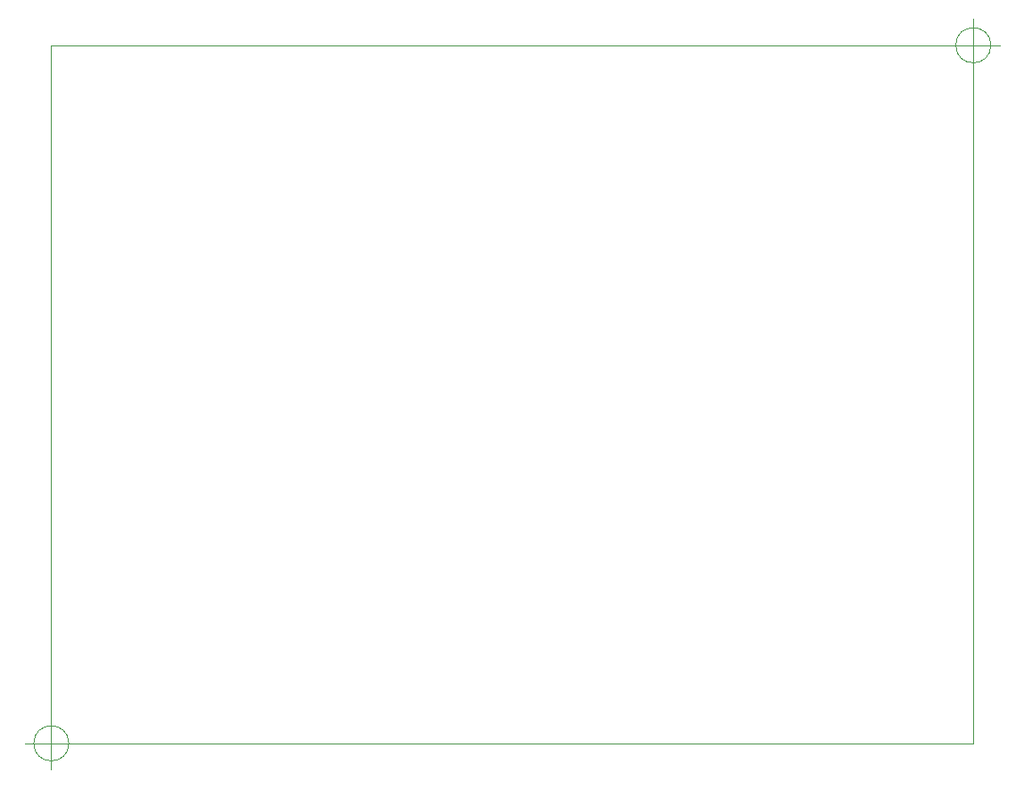
<source format=gbr>
G04 #@! TF.FileFunction,Profile,NP*
%FSLAX46Y46*%
G04 Gerber Fmt 4.6, Leading zero omitted, Abs format (unit mm)*
G04 Created by KiCad (PCBNEW 4.0.2-4+6225~38~ubuntu14.04.1-stable) date lun 02 mag 2016 11:29:17 CEST*
%MOMM*%
G01*
G04 APERTURE LIST*
%ADD10C,0.100000*%
G04 APERTURE END LIST*
D10*
X187500000Y-128750000D02*
X100000000Y-128750000D01*
X189188390Y-62455400D02*
G75*
G03X189188390Y-62455400I-1666666J0D01*
G01*
X185021724Y-62455400D02*
X190021724Y-62455400D01*
X187521724Y-59955400D02*
X187521724Y-64955400D01*
X101668629Y-128752980D02*
G75*
G03X101668629Y-128752980I-1666666J0D01*
G01*
X97501963Y-128752980D02*
X102501963Y-128752980D01*
X100001963Y-126252980D02*
X100001963Y-131252980D01*
X187500000Y-62500000D02*
X100000000Y-62500000D01*
X187500000Y-128750000D02*
X187500000Y-62500000D01*
X100000000Y-62500000D02*
X100000000Y-128750000D01*
M02*

</source>
